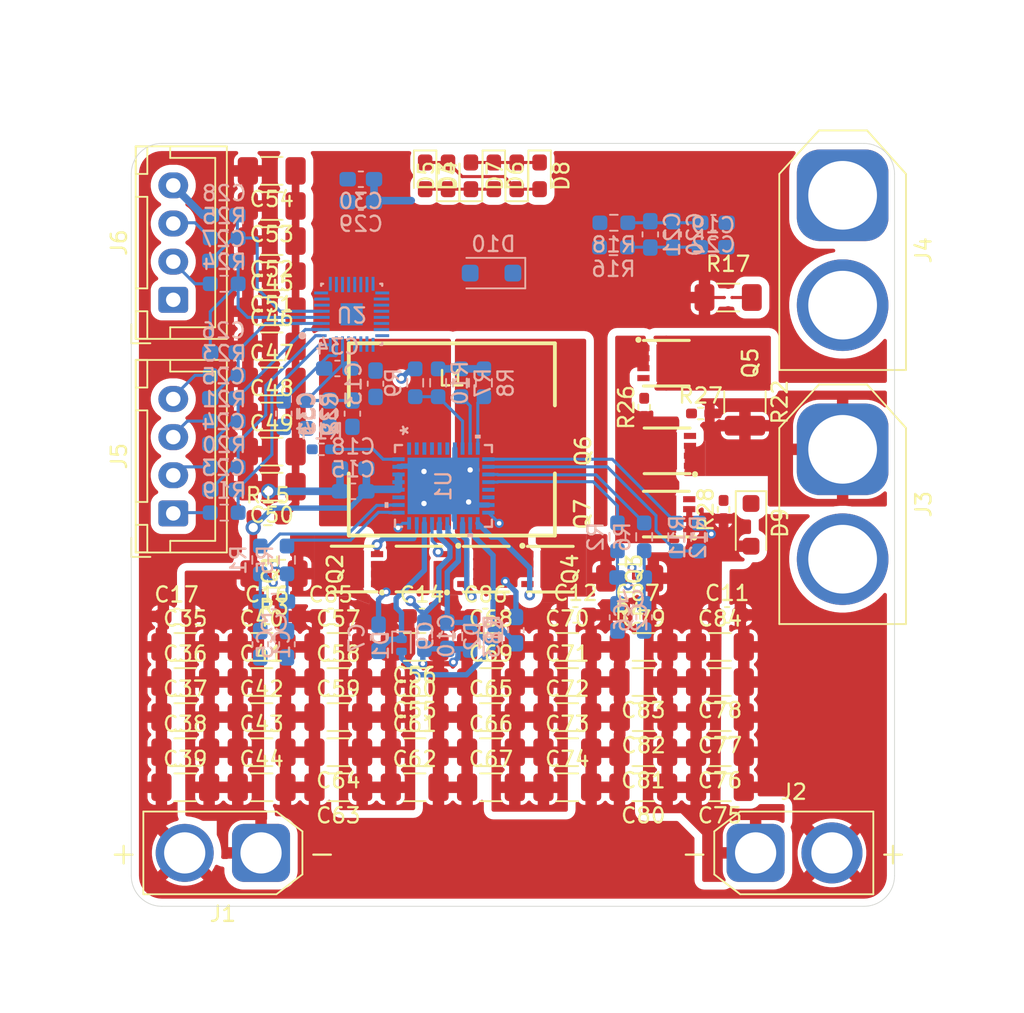
<source format=kicad_pcb>
(kicad_pcb (version 20241229) (generator "pcbnew") (generator_version "9.0")
  (layers (0 "F.Cu" signal) (4 "In1.Cu" signal) (6 "In2.Cu" signal) (2 "B.Cu" signal) (13 "F.Paste" user) (15 "B.Paste" user) (5 "F.SilkS" user "F.Silkscreen") (7 "B.SilkS" user "B.Silkscreen") (1 "F.Mask" user) (3 "B.Mask" user) (25 "Edge.Cuts" user))
  (net 0 "")
  (net 1 "Net-(C1-Pad2)")
  (net 2 "Earth")
  (net 3 "VAC")
  (net 4 "VDD")
  (net 5 "VDDA")
  (net 6 "VCC")
  (net 7 "/Charger/BTST1")
  (net 8 "/Charger/SW1")
  (net 9 "/Charger/BTST2")
  (net 10 "/Charger/SW2")
  (net 11 "/Charger/REGN")
  (net 12 "/Charger/DRV_SUP")
  (net 13 "Net-(C2-Pad2)")
  (net 14 "-BATT")
  (net 15 "Net-(C3-Pad2)")
  (net 16 "Net-(U2-VC4)")
  (net 17 "Net-(U2-VC5)")
  (net 18 "Net-(U2-VC3)")
  (net 19 "Net-(U2-VC2)")
  (net 20 "Net-(U2-VC1)")
  (net 21 "Net-(U2-VC6)")
  (net 22 "Net-(U2-PBI)")
  (net 23 "VDDF")
  (net 24 "Net-(U2-BAT)")
  (net 25 "+BATT")
  (net 26 "/Battery Monitor/LED_A")
  (net 27 "/Battery Monitor/LED_B")
  (net 28 "/Battery Monitor/LED_C")
  (net 29 "/Battery Monitor/DSG")
  (net 30 "Net-(J3-Pin_2)")
  (net 31 "Net-(J5-Pin_3)")
  (net 32 "Net-(J5-Pin_4)")
  (net 33 "Net-(J5-Pin_2)")
  (net 34 "Net-(J5-Pin_1)")
  (net 36 "Net-(J6-Pin_3)")
  (net 37 "Net-(J6-Pin_2)")
  (net 38 "/Charger/HIDRV1")
  (net 39 "/Charger/LODRV1")
  (net 40 "/Charger/LODRV2")
  (net 41 "/Charger/HIDRV2")
  (net 42 "Net-(Q5-D)")
  (net 43 "/Battery Monitor/PCHG")
  (net 44 "/Battery Monitor/CHG")
  (net 45 "/Charger/ACP")
  (net 46 "/Charger/ACN")
  (net 47 "/Charger/SRP")
  (net 48 "/Charger/SRN")
  (net 49 "/Charger/FB")
  (net 50 "/Charger/FBG")
  (net 51 "Net-(U1A-ICHG)")
  (net 52 "Net-(U1A-ILIM_HIZ)")
  (net 53 "Net-(U1B-FSW_SYNC)")
  (net 54 "TS_Charge")
  (net 55 "/Battery Monitor/SRP")
  (net 56 "/Battery Monitor/SRN")
  (net 59 "SDA")
  (net 61 "SCL")
  (net 66 "SMBD")
  (net 69 "TS_PACK1")
  (net 75 "TS_PACK2")
  (net 77 "SMBC")
  (net 79 "Net-(C4-Pad2)")
  (net 80 "Net-(C19-Pad2)")
  (net 81 "Net-(C20-Pad2)")
  (net 82 "Net-(C45-Pad2)")
  (net 83 "Net-(D10-K)")
  (footprint "cyberec:C_1206_3216Metric_Pad1.33x1.80mm_HandSolder" (layer "F.Cu") (at 98.5625 114.9)
    (property "Reference" "C66")
    (property "Value" "10uF")
  )
  (footprint "cyberec:C_0603_1608Metric_Pad1.08x0.95mm_HandSolder" (layer "F.Cu") (at 104.1 105.9)
    (property "Reference" "C12")
    (property "Value" "1uF")
  )
  (footprint "cyberec:C_1206_3216Metric_Pad1.33x1.80mm_HandSolder" (layer "F.Cu") (at 93.5625 110.3 180)
    (property "Reference" "C55")
    (property "Value" "10uF")
  )
  (footprint "cyberec:C_0603_1608Metric_Pad1.08x0.95mm_HandSolder" (layer "F.Cu") (at 83.9 106)
    (property "Reference" "C16")
    (property "Value" "1uF")
  )
  (footprint "cyberec:DFN-8_L3.0-W3.0-P0.65-BL-4" (layer "F.Cu") (at 110.05 99.3 90)
    (property "Reference" "Q7")
    (property "Value" "Q_NMOS_DGS")
  )
  (footprint "cyberec:C_1206_3216Metric_Pad1.33x1.80mm_HandSolder" (layer "F.Cu") (at 83.5375 110.3)
    (property "Reference" "C41")
    (property "Value" "10uF")
  )
  (footprint "cyberec:C_1206_3216Metric_Pad1.33x1.80mm_HandSolder" (layer "F.Cu") (at 88.5625 114.9 180)
    (property "Reference" "C64")
    (property "Value" "10uF")
  )
  (footprint "cyberec:C_1206_3216Metric_Pad1.33x1.80mm_HandSolder" (layer "F.Cu") (at 93.5625 114.9)
    (property "Reference" "C61")
    (property "Value" "10uF")
  )
  (footprint "cyberec:C_1206_3216Metric_Pad1.33x1.80mm_HandSolder" (layer "F.Cu") (at 93.5625 112.6)
    (property "Reference" "C60")
    (property "Value" "10uF")
  )
  (footprint "cyberec:C_1206_3216Metric_Pad1.33x1.80mm_HandSolder" (layer "F.Cu") (at 84.2 76.8 180)
    (property "Reference" "C54")
    (property "Value" "10uF")
  )
  (footprint "cyberec:R_0402_1005Metric_Pad0.72x0.64mm_HandSolder" (layer "F.Cu") (at 112.2975 92.7)
    (property "Reference" "R27")
    (property "Value" "10M")
  )
  (footprint "cyberec:C_0603_1608Metric_Pad1.08x0.95mm_HandSolder" (layer "F.Cu") (at 88.0625 106)
    (property "Reference" "C85")
    (property "Value" "100nF")
  )
  (footprint "cyberec:C_1206_3216Metric_Pad1.33x1.80mm_HandSolder" (layer "F.Cu") (at 98.5625 108)
    (property "Reference" "C68")
    (property "Value" "10uF")
  )
  (footprint "cyberec:C_1206_3216Metric_Pad1.33x1.80mm_HandSolder" (layer "F.Cu") (at 108.5625 108)
    (property "Reference" "C79")
    (property "Value" "10uF")
  )
  (footprint "cyberec:C_1206_3216Metric_Pad1.33x1.80mm_HandSolder" (layer "F.Cu") (at 113.5625 110.3 180)
    (property "Reference" "C78")
    (property "Value" "10uF")
  )
  (footprint "cyberec:LED_0603_1608Metric_Pad1.05x0.95mm_HandSolder" (layer "F.Cu") (at 94.25 77.125 -90)
    (property "Reference" "D3")
    (property "Value" "LED")
  )
  (footprint "cyberec:C_1206_3216Metric_Pad1.33x1.80mm_HandSolder" (layer "F.Cu") (at 108.5425 110.3 180)
    (property "Reference" "C83")
    (property "Value" "10uF")
  )
  (footprint "cyberec:DFN-8_L3.0-W3.0-P0.65-BL-4" (layer "F.Cu") (at 110.1 95.1525 90)
    (property "Reference" "Q6")
    (property "Value" "Q_NMOS_DGS")
  )
  (footprint "cyberec:C_1206_3216Metric_Pad1.33x1.80mm_HandSolder" (layer "F.Cu") (at 113.5625 117.2 180)
    (property "Reference" "C75")
    (property "Value" "10uF")
  )
  (footprint "cyberec:C_0603_1608Metric_Pad1.08x0.95mm_HandSolder" (layer "F.Cu") (at 108.1625 105.9)
    (property "Reference" "C87")
    (property "Value" "100nF")
  )
  (footprint "cyberec:R_1210_3225Metric_Pad1.30x2.65mm_HandSolder" (layer "F.Cu") (at 115.2 91.95 -90)
    (property "Reference" "R22")
    (property "Value" "1k, 500mW")
  )
  (footprint "cyberec:AMASS_XT60-M_1x02_P7.20mm_Vertical" (layer "F.Cu") (at 121.6 78.4 -90)
    (property "Reference" "J4")
    (property "Value" "XT60M")
  )
  (footprint "cyberec:C_1206_3216Metric_Pad1.33x1.80mm_HandSolder" (layer "F.Cu") (at 103.5625 110.3)
    (property "Reference" "C71")
    (property "Value" "10uF")
  )
  (footprint "cyberec:LED_0603_1608Metric_Pad1.05x0.95mm_HandSolder" (layer "F.Cu") (at 100.25 77.125 90)
    (property "Reference" "D7")
    (property "Value" "LED")
  )
  (footprint "cyberec:LED_0603_1608Metric_Pad1.05x0.95mm_HandSolder" (layer "F.Cu") (at 97.25 77.125 90)
    (property "Reference" "D4")
    (property "Value" "LED")
  )
  (footprint "cyberec:IND-SMD_L13.5-W12.6" (layer "F.Cu") (at 96 94.4)
    (property "Reference" "L1")
    (property "Value" "10uH")
  )
  (footprint "cyberec:DFN-8_L3.0-W3.0-P0.65-BL-4" (layer "F.Cu") (at 102.45 102.9 -90)
    (property "Reference" "Q3")
    (property "Value" "Q_NMOS_DGS")
  )
  (footprint "cyberec:C_1206_3216Metric_Pad1.33x1.80mm_HandSolder" (layer "F.Cu") (at 88.5625 117.2 180)
    (property "Reference" "C63")
    (property "Value" "10uF")
  )
  (footprint "cyberec:C_1206_3216Metric_Pad1.33x1.80mm_HandSolder" (layer "F.Cu") (at 78.5375 117.2)
    (property "Reference" "C39")
    (property "Value" "10uF")
  )
  (footprint "cyberec:C_1206_3216Metric_Pad1.33x1.80mm_HandSolder" (layer "F.Cu") (at 88.5625 112.6)
    (property "Reference" "C59")
    (property "Value" "10uF")
  )
  (footprint "cyberec:C_1206_3216Metric_Pad1.33x1.80mm_HandSolder" (layer "F.Cu") (at 98.5625 110.3)
    (property "Reference" "C69")
    (property "Value" "10uF")
  )
  (footprint "cyberec:C_0603_1608Metric_Pad1.08x0.95mm_HandSolder" (layer "F.Cu") (at 114.0375 105.9)
    (property "Reference" "C11")
    (property "Value" "1uF")
  )
  (footprint "cyberec:C_1206_3216Metric_Pad1.33x1.80mm_HandSolder" (layer "F.Cu") (at 78.5375 112.6)
    (property "Reference" "C37")
    (property "Value" "10uF")
  )
  (footprint "cyberec:R1206-sense-handsolder" (layer "F.Cu") (at 84.35 103.2 180)
    (property "Reference" "R3" (hide yes))
    (property "Value" "5m" (hide yes))
  )
  (footprint "cyberec:C_1206_3216Metric_Pad1.33x1.80mm_HandSolder" (layer "F.Cu") (at 113.5625 114.9 180)
    (property "Reference" "C76")
    (property "Value" "10uF")
  )
  (footprint "cyberec:C_1206_3216Metric_Pad1.33x1.80mm_HandSolder" (layer "F.Cu") (at 93.5625 108 180)
    (property "Reference" "C56")
    (property "Value" "10uF")
  )
  (footprint "cyberec:C_1206_3216Metric_Pad1.33x1.80mm_HandSolder" (layer "F.Cu") (at 84.2 92.9)
    (property "Reference" "C48")
    (property "Value" "10uF")
  )
  (footprint "cyberec:C_1206_3216Metric_Pad1.33x1.80mm_HandSolder" (layer "F.Cu") (at 103.5625 112.6)
    (property "Reference" "C72")
    (property "Value" "10uF")
  )
  (footprint "cyberec:C_1206_3216Metric_Pad1.33x1.80mm_HandSolder" (layer "F.Cu") (at 83.5375 108)
    (property "Reference" "C40")
    (property "Value" "10uF")
  )
  (footprint "cyberec:C_1206_3216Metric_Pad1.33x1.80mm_HandSolder" (layer "F.Cu") (at 84.2 90.6)
    (property "Reference" "C47")
    (property "Value" "10uF")
  )
  (footprint "cyberec:C_1206_3216Metric_Pad1.33x1.80mm_HandSolder" (layer "F.Cu") (at 108.5425 114.9 180)
    (property "Reference" "C81")
    (property "Value" "10uF")
  )
  (footprint "cyberec:AMASS_XT30U-M_1x02_P5.0mm_Vertical" (layer "F.Cu") (at 83.5 121.5 180)
    (property "Reference" "J1")
    (property "Value" "XT30M")
  )
  (footprint "cyberec:C_1206_3216Metric_Pad1.33x1.80mm_HandSolder" (layer "F.Cu") (at 84.2 81.4 180)
    (property "Reference" "C52")
    (property "Value" "10uF")
  )
  (footprint "Diode_SMD:D_SOD-123F" (layer "F.Cu") (at 115.6 100 -90)
    (property "Reference" "D9")
    (property "Value" "1N4001")
  )
  (footprint "cyberec:C_1206_3216Metric_Pad1.33x1.80mm_HandSolder" (layer "F.Cu") (at 83.5375 112.6)
    (property "Reference" "C42")
    (property "Value" "10uF")
  )
  (footprint "cyberec:C_1206_3216Metric_Pad1.33x1.80mm_HandSolder" (layer "F.Cu") (at 103.5625 114.9)
    (property "Reference" "C73")
    (property "Value" "10uF")
  )
  (footprint "cyberec:C_1206_3216Metric_Pad1.33x1.80mm_HandSolder" (layer "F.Cu") (at 108.5425 117.2 180)
    (property "Reference" "C80")
    (property "Value" "10uF")
  )
  (footprint "cyberec:DFN-8_L3.0-W3.0-P0.65-BL-4" (layer "F.Cu") (at 98.25 102.9 -90)
    (property "Reference" "Q4")
    (property "Value" "Q_NMOS_DGS")
  )
  (footprint "cyberec:C_1206_3216Metric_Pad1.33x1.80mm_HandSolder" (layer "F.Cu") (at 103.5625 117.2)
    (property "Reference" "C74")
    (property "Value" "10uF")
  )
  (footprint "cyberec:LED_0603_1608Metric_Pad1.05x0.95mm_HandSolder" (layer "F.Cu") (at 98.75 77.125 -90)
    (property "Reference" "D6")
    (property "Value" "LED")
  )
  (footprint "cyberec:C_1206_3216Metric_Pad1.33x1.80mm_HandSolder" (layer "F.Cu") (at 84.2 88.3)
    (property "Reference" "C46")
    (property "Value" "10uF")
  )
  (footprint "cyberec:C_1206_3216Metric_Pad1.33x1.80mm_HandSolder" (layer "F.Cu") (at 88.5625 110.3)
    (property "Reference" "C58")
    (property "Value" "10uF")
  )
  (footprint "cyberec:C_1206_3216Metric_Pad1.33x1.80mm_HandSolder" (layer "F.Cu") (at 84.2 79.1 180)
    (property "Reference" "C53")
    (property "Value" "10uF")
  )
  (footprint "cyberec:C_0603_1608Metric_Pad1.08x0.95mm_HandSolder" (layer "F.Cu") (at 98.2 106)
    (property "Reference" "C86")
    (property "Value" "100nF")
  )
  (footprint "cyberec:R1206-sense-handsolder" (layer "F.Cu") (at 114.1 85.1)
    (property "Reference" "R17" (hide yes))
    (property "Value" "1m" (hide yes))
  )
  (footprint "cyberec:C_1206_3216Metric_Pad1.33x1.80mm_HandSolder" (layer "F.Cu") (at 84.2 86)
    (property "Reference" "C45")
    (property "Value" "10uF")
  )
  (footprint "cyberec:C_1206_3216Metric_Pad1.33x1.80mm_HandSolder" (layer "F.Cu") (at 98.5625 117.2)
    (property "Reference" "C67")
    (property "Value" "10uF")
  )
  (footprint "cyberec:LED_0603_1608Metric_Pad1.05x0.95mm_HandSolder" (layer "F.Cu") (at 101.75 77.125 -90)
    (property "Reference" "D8")
    (property "Value" "LED")
  )
  (footprint "cyberec:C_0603_1608Metric_Pad1.08x0.95mm_HandSolder" (layer "F.Cu") (at 94.0375 106)
    (property "Reference" "C14")
    (property "Value" "1uF")
  )
  (footprint "cyberec:JST_XH_B4B-XH-A_1x04_P2.50mm_Vertical" (layer "F.Cu") (at 77.75 99.25 90)
    (property "Reference" "J5")
    (property "Value" "Conn_01x04_Pin")
  )
  (footprint "cyberec:DFN-8_L3.0-W3.0-P0.65-BL-4" (layer "F.Cu") (at 110.05 89.4 -90)
    (property "Reference" "Q5")
    (property "Value" "Q_PMOS_SGD")
  )
  (footprint "cyberec:R_0402_1005Metric_Pad0.72x0.64mm_HandSolder" (layer "F.Cu") (at 108.6 92.3 90)
    (property "Reference" "R26")
    (property "Value" "10M")
  )
  (footprint "cyberec:C_1206_3216Metric_Pad1.33x1.80mm_HandSolder" (layer "F.Cu") (at 83.5375 114.9)
    (property "Reference" "C43")
    (property "Value" "10uF")
  )
  (footprint "cyberec:R_0402_1005Metric_Pad0.72x0.64mm_HandSolder" (layer "F.Cu") (at 113.8 98.9975 90)
    (property "Reference" "R28")
    (property "Value" "10M")
  )
  (footprint "cyberec:C_1206_3216Metric_Pad1.33x1.80mm_HandSolder" (layer "F.Cu") (at 78.5375 110.3)
    (property "Reference" "C36")
    (property "Value" "10uF")
  )
  (footprint "cyberec:C_1206_3216Metric_Pad1.33x1.80mm_HandSolder" (layer "F.Cu") (at 108.5625 112.6 180)
    (property "Reference" "C82")
    (property "Value" "10uF")
  )
  (footprint "cyberec:C_1206_3216Metric_Pad1.33x1.80mm_HandSolder" (layer "F.Cu") (at 78.5375 108)
    (property "Reference" "C35")
    (property "Value" "10uF")
  )
  (footprint "cyberec:C_1206_3216Metric_Pad1.33x1.80mm_HandSolder" (layer "F.Cu") (at 84.2 95.2)
    (property "Reference" "C49")
    (property "Value" "10uF")
  )
  (footprint "cyberec:C_1206_3216Metric_Pad1.33x1.80mm_HandSolder" (layer "F.Cu") (at 93.5625 117.2)
    (property "Reference" "C62")
    (property "Value" "10uF")
  )
  (footprint "cyberec:AMASS_XT60-M_1x02_P7.20mm_Vertical" (layer "F.Cu") (at 121.6 95.05 -90)
    (property "Reference" "J3")
    (property "Value" "XT60M")
  )
  (footprint "cyberec:DFN-8_L3.0-W3.0-P0.65-BL-4" (layer "F.Cu") (at 89.6 102.9 90)
    (property "Reference" "Q1")
    (property "Value" "Q_NMOS_DGS")
  )
  (footprint "cyberec:C_1206_3216Metric_Pad1.33x1.80mm_HandSolder" (layer "F.Cu") (at 113.5625 112.6 180)
    (property "Reference" "C77")
    (property "Value" "10uF")
  )
  (footprint "cyberec:R_0603_1608Metric_Pad0.98x0.95mm_HandSolder" (layer "F.Cu") (at 83.95 99.5)
    (property "Reference" "R15")
    (property "Value" "2.94")
  )
  (footprint "cyberec:C_0603_1608Metric_Pad1.08x0.95mm_HandSolder" (layer "F.Cu") (at 77.9625 106)
    (property "Reference" "C17")
    (property "Value" "100nF")
  )
  (footprint "cyberec:R1206-sense-handsolder" (layer "F.Cu") (at 107.65 103.5 180)
    (property "Reference" "R4" (hide yes))
    (property "Value" "5m" (hide yes))
  )
  (footprint "cyberec:C_1206_3216Metric_Pad1.33x1.80mm_HandSolder" (layer "F.Cu") (at 113.5625 108)
    (property "Reference" "C84")
    (property "Value" "10uF")
  )
  (footprint "cyberec:C_1206_3216Metric_Pad1.33x1.80mm_HandSolder" (layer "F.Cu") (at 98.5625 112.6)
    (property "Reference" "C65")
    (property "Value" "10uF")
  )
  (footprint "cyberec:JST_XH_B4B-XH-A_1x04_P2.50mm_Vertical" (layer "F.Cu") (at 77.75 85.25 90)
    (property "Reference" "J6")
    (property "Value" "Conn_01x04_Pin")
  )
  (footprint "cyberec:C_1206_3216Metric_Pad1.33x1.80mm_HandSolder" (layer "F.Cu") (at 83.5375 117.2)
    (property "Reference" "C44")
    (property "Value" "10uF")
  )
  (footprint "cyberec:AMASS_XT30U-F_1x02_P5.0mm_Vertical" (layer "F.Cu") (at 115.9 121.5)
    (property "Reference" "J2")
    (property "Value" "XT30F")
  )
  (footprint "cyberec:C_1206_3216Metric_Pad1.33x1.80mm_HandSolder" (layer "F.Cu") (at 84.2 83.7 180)
    (property "Reference" "C51")
    (property "Value" "10uF")
  )
  (footprint "cyberec:C_1206_3216Metric_Pad1.33x1.80mm_HandSolder" (layer "F.Cu") (at 88.5625 108)
    (property "Reference" "C57")
    (property "Value" "10uF")
  )
  (footprint "cyberec:C_1206_3216Metric_Pad1.33x1.80mm_HandSolder" (layer "F.Cu") (at 103.5625 108)
    (property "Reference" "C70")
    (property "Value" "10uF")
  )
  (footprint "cyberec:C_1206_3216Metric_Pad1.33x1.80mm_HandSolder" (layer "F.Cu") (at 84.2 97.5 180)
    (property "Reference" "C50")
    (property "Value" "10uF")
  )
  (footprint "cyberec:C_1206_3216Metric_Pad1.33x1.80mm_HandSolder" (layer "F.Cu") (at 78.5375 114.9)
    (property "Reference" "C38")
    (property "Value" "10uF")
  )
  (footprint "cyberec:DFN-8_L3.0-W3.0-P0.65-BL-4" (layer "F.Cu") (at 93.85 102.9 90)
    (property "Reference" "Q2")
    (property "Value" "Q_NMOS_DGS")
  )
  (footprint "cyberec:LED_0603_1608Metric_Pad1.05x0.95mm_HandSolder" (layer "F.Cu") (at 95.75 77.125 90)
    (property "Reference" "D5")
    (property "Value" "LED")
  )
  (footprint "cyberec:C_0603_1608Metric_Pad1.08x0.95mm_HandSolder" (layer "B.Cu") (at 89.5375 97.8 180)
    (property "Reference" "C15")
    (property "Value" "100nF")
  )
  (footprint "cyberec:R_0603_1608Metric_Pad0.98x0.95mm_HandSolder" (layer "B.Cu") (at 83.45 102.3 -90)
    (property "Reference" "R1")
    (property "Value" "10")
  )
  (footprint "cyberec:C_0603_1608Metric_Pad1.08x0.95mm_HandSolder" (layer "B.Cu") (at 81.0875 79.7 180)
    (property "Reference" "C28")
    (property "Value" "100nF")
  )
  (footprint "cyberec:R_0603_1608Metric_Pad0.98x0.95mm_HandSolder" (layer "B.Cu") (at 106.85 100.7875 -90)
    (property "Reference" "R2")
    (property "Value" "10")
  )
  (footprint "cyberec:C_0603_1608Metric_Pad1.08x0.95mm_HandSolder" (layer "B.Cu") (at 90.040263 77.347237)
    (property "Reference" "C30")
    (property "Value" "100pF")
  )
  (footprint "cyberec:D_SOD-882D" (layer "B.Cu") (at 92.7 107.9 -90)
    (property "Reference" "D1")
    (property "Value" "PMEG2010BELD")
  )
  (footprint "cyberec:C_0603_1608Metric_Pad1.08x0.95mm_HandSolder" (layer "B.Cu") (at 81.0375 82.7 180)
    (property "Reference" "C27")
    (property "Value" "100nF")
  )
  (footprint "cyberec:C_0603_1608Metric_Pad1.08x0.95mm_HandSolder" (layer "B.Cu") (at 107.7125 103.45)
    (property "Reference" "C4")
    (property "Value" "470nF")
  )
  (footprint "cyberec:R_0603_1608Metric_Pad0.98x0.95mm_HandSolder" (layer "B.Cu") (at 108.6 100.7875 -90)
    (property "Reference" "R6")
    (property "Value" "10")
  )
  (footprint "cyberec:C_0603_1608Metric_Pad1.08x0.95mm_HandSolder" (layer "B.Cu") (at 110.5 80.9625 90)
    (property "Reference" "C20")
    (property "Value" "100nF")
  )
  (footprint "cyberec:C_0603_1608Metric_Pad1.08x0.95mm_HandSolder" (layer "B.Cu") (at 84.986255 92.712501 90)
    (property "Reference" "C31")
    (property "Value" "2.2uF")
  )
  (footprint "cyberec:C_0603_1608Metric_Pad1.08x0.95mm_HandSolder" (layer "B.Cu") (at 100.2 106.9 -90)
    (property "Reference" "C8")
    (property "Value" "100nF")
  )
  (footprint "cyberec:C_0603_1608Metric_Pad1.08x0.95mm_HandSolder" (layer "B.Cu") (at 84.3375 105.025)
    (property "Reference" "C3")
    (property "Value" "470nF")
  )
  (footprint "cyberec:R_0603_1608Metric_Pad0.98x0.95mm_HandSolder" (layer "B.Cu") (at 96.6 90.6875 90)
    (property "Reference" "R7")
    (property "Value" "10k")
  )
  (footprint "cyberec:R_0603_1608Metric_Pad0.98x0.95mm_HandSolder" (layer "B.Cu") (at 106.6125 80.2)
    (property "Reference" "R18")
    (property "Value" "100")
  )
  (footprint "cyberec:C_0603_1608Metric_Pad1.08x0.95mm_HandSolder" (layer "B.Cu") (at 89.486255 92.712501 -90)
    (property "Reference" "C32")
    (property "Value" "100pF")
  )
  (footprint "cyberec:C_0603_1608Metric_Pad1.08x0.95mm_HandSolder" (layer "B.Cu") (at 87.986255 92.712501 -90)
    (property "Reference" "C33")
    (property "Value" "100pF")
  )
  (footprint "cyberec:R_0603_1608Metric_Pad0.98x0.95mm_HandSolder" (layer "B.Cu") (at 81.0875 96.2 180)
    (property "Reference" "R20")
    (property "Value" "100")
  )
  (footprint "cyberec:C_0603_1608Metric_Pad1.08x0.95mm_HandSolder" (layer "B.Cu") (at 106.85 106.0625 90)
    (property "Reference" "C2")
    (property "Value" "100nF")
  )
  (footprint "cyberec:R_0603_1608Metric_Pad0.98x0.95mm_HandSolder" (layer "B.Cu") (at 110.7 100.8 90)
    (property "Reference" "R12")
    (property "Value" "16.5k +/- 0.1%")
  )
  (footprint "cyberec:R_0603_1608Metric_Pad0.98x0.95mm_HandSolder" (layer "B.Cu") (at 93.6 90.6875 -90)
    (property "Reference" "R9")
    (property "Value" "5.23k")
  )
  (footprint "cyberec:C_0603_1608Metric_Pad1.08x0.95mm_HandSolder" (layer "B.Cu") (at 85.2 107.825 -90)
    (property "Reference" "C5")
    (property "Value" "100nF")
  )
  (footprint "cyberec:R_0603_1608Metric_Pad0.98x0.95mm_HandSolder" (layer "B.Cu") (at 95.1 90.6875 90)
    (property "Reference" "R10")
    (property "Value" "30k")
  )
  (footprint "cyberec:R_0603_1608Metric_Pad0.98x0.95mm_HandSolder" (layer "B.Cu") (at 81.0875 93.2 180)
    (property "Reference" "R21")
    (property "Value" "100")
  )
  (footprint "cyberec:C_0603_1608Metric_Pad1.08x0.95mm_HandSolder" (layer "B.Cu") (at 109 80.9625 90)
    (property "Reference" "C21")
    (property "Value" "100pF")
  )
  (footprint "cyberec:C_0603_1608Metric_Pad1.08x0.95mm_HandSolder" (layer "B.Cu") (at 81.0375 97.7 180)
    (property "Reference" "C23")
    (property "Value" "100nF")
  )
  (footprint "cyberec:C_0603_1608Metric_Pad1.08x0.95mm_HandSolder" (layer "B.Cu") (at 95.7 107.2625 -90)
    (property "Reference" "C9")
    (property "Value" "4.7uF")
  )
  (footprint "cyberec:C_0603_1608Metric_Pad1.08x0.95mm_HandSolder" (layer "B.Cu") (at 91.2 107.4 -90)
    (property "Reference" "C7")
    (property "Value" "100nF")
  )
  (footprint "cyberec:VQFN36_RRV_TEX" (layer "B.Cu") (at 95.450315 97.4487 -90)
    (property "Reference" "U1")
    (property "Value" "BQ25756ERRVR")
  )
  (footprint "cyberec:R_0603_1608Metric_Pad0.98x0.95mm_HandSolder" (layer "B.Cu") (at 81.0875 99.2 180)
    (property "Reference" "R19")
    (property "Value" "100")
  )
  (footprint "cyberec:C_0603_1608Metric_Pad1.08x0.95mm_HandSolder" (layer "B.Cu") (at 94.2 107.2625 90)
    (property "Reference" "C10")
    (property "Value" "4.7uF")
  )
  (footprint "cyberec:C_0603_1608Metric_Pad1.08x0.95mm_HandSolder" (layer "B.Cu") (at 108.6 106.0625 -90)
    (property "Reference" "C6")
    (property "Value" "100nF")
  )
  (footprint "cyberec:C_0603_1608Metric_Pad1.08x0.95mm_HandSolder" (layer "B.Cu") (at 113.1125 81.8 180)
    (property "Reference" "C19")
    (property "Value" "100nF")
  )
  (footprint "cyberec:R_0603_1608Metric_Pad0.98x0.95mm_HandSolder" (layer "B.Cu") (at 81.0875 90.2 180)
    (property "Reference" "R23")
    (property "Value" "100")
  )
  (footprint "cyberec:R_0603_1608Metric_Pad0.98x0.95mm_HandSolder" (layer "B.Cu") (at 85.2 102.3 -90)
    (property "Reference" "R5")
    (property "Value" "10")
  )
  (footprint "cyberec:D_SOD-882D" (layer "B.Cu") (at 98.7 107.3 -90)
    (property "Reference" "D2")
    (property "Value" "PMEG2010BELD")
  )
  (footprint "cyberec:R_0603_1608Metric_Pad0.98x0.95mm_HandSolder" (layer "B.Cu") (at 81.0875 81.2 180)
    (property "Reference" "R25")
    (property "Value" "100")
  )
  (footprint "cyberec:C_0603_1608Metric_Pad1.08x0.95mm_HandSolder" (layer "B.Cu") (at 81.0375 94.7 180)
    (property "Reference" "C24")
    (property "Value" "100nF")
  )
  (footprint "cyberec:C_0603_1608Metric_Pad1.08x0.95mm_HandSolder" (layer "B.Cu") (at 89.5375 96.3 180)
    (property "Reference" "C18")
    (property "Value" "1uF")
  )
  (footprint "cyberec:R_0603_1608Metric_Pad0.98x0.95mm_HandSolder" (layer "B.Cu") (at 86.486255 92.762501 90)
    (property "Reference" "R29")
    (property "Value" "100")
  )
  (footprint "cyberec:R_0603_1608Metric_Pad0.98x0.95mm_HandSolder" (layer "B.Cu") (at 98.1 90.6875 90)
    (property "Reference" "R8")
    (property "Value" "5.9k")
  )
  (footprint "cyberec:C_0603_1608Metric_Pad1.08x0.95mm_HandSolder" (layer "B.Cu") (at 88.5 89.75 180)
    (property "Reference" "C34")
    (property "Value" "100nF")
  )
  (footprint "cyberec:C_0603_1608Metric_Pad1.08x0.95mm_HandSolder" (layer "B.Cu") (at 113.1375 80.2)
    (property "Reference" "C22")
    (property "Value" "100nF")
  )
  (footprint "cyberec:RSM0032A-IPC_A" (layer "B.Cu") (at 89.437501 86.2)
    (property "Reference" "U2")
    (property "Value" "BQ40Z80RSMR")
  )
  (footprint "cyberec:C_0603_1608Metric_Pad1.08x0.95mm_HandSolder" (layer "B.Cu") (at 91 90.75 -90)
    (property "Reference" "C13")
    (property "Value" "1uF")
  )
  (footprint "cyberec:C_0603_1608Metric_Pad1.08x0.95mm_HandSolder" (layer "B.Cu") (at 81.0375 88.7 180)
    (property "Reference" "C26")
    (property "Value" "100nF")
  )
  (footprint "cyberec:C_0603_1608Metric_Pad1.08x0.95mm_HandSolder" (layer "B.Cu") (at 90.040263 78.847237)
    (property "Reference" "C29")
    (property "Value" "100pF")
  )
  (footprint "cyberec:R_0603_1608Metric_Pad0.98x0.95mm_HandSolder" (layer "B.Cu") (at 112.2 100.8 -90)
    (property "Reference" "R11")
    (property "Value" "249k +/- 0.1%")
  )
  (footprint "cyberec:R_0603_1608Metric_Pad0.98x0.95mm_HandSolder" (layer "B.Cu") (at 97.2 107.3125 90)
    (property "Reference" "R13")
    (property "Value" "10")
  )
  (footprint "cyberec:C_0603_1608Metric_Pad1.08x0.95mm_HandSolder" (layer "B.Cu") (at 83.45 107.825 90)
    (property "Reference" "C1")
    (property "Value" "100nF")
  )
  (footprint "cyberec:R_0603_1608Metric_Pad0.98x0.95mm_HandSolder" (layer "B.Cu") (at 81.0875 84.2 180)
    (property "Reference" "R24")
    (property "Value" "100")
  )
  (footprint "Diode_SMD:D_SOD-123F" (layer "B.Cu") (at 98.6 83.5 180)
    (property "Reference" "D10")
    (property "Value" "1N4001")
  )
  (footprint "cyberec:R_0603_1608Metric_Pad0.98x0.95mm_HandSolder" (layer "B.Cu") (at 106.5875 81.8)
    (property "Reference" "R16")
    (property "Value" "100")
  )
  (footprint "cyberec:C_0603_1608Metric_Pad1.08x0.95mm_HandSolder" (layer "B.Cu") (at 81.0375 91.7 180)
    (property "Reference" "C25")
    (property "Value" "100nF")
  )
  (footprint "cyberec:R_0402_1005Metric_Pad0.72x0.64mm_HandSolder" (layer "B.Cu") (at 87.4525 95.05 180)
    (property "Reference" "R14")
    (property "Value" "50k")
  )
  (gr_arc (start 77 125) (mid 75.585786 124.414214) (end 75 123) (stroke (width 0.05)) (layer "Edge.Cuts"))
  (gr_line (start 77 75) (end 123 75) (stroke (width 0.05)) (layer "Edge.Cuts"))
  (gr_line (start 75 123) (end 75 77) (stroke (width 0.05)) (layer "Edge.Cuts"))
  (gr_arc (start 75 77) (mid 75.585786 75.585786) (end 77 75) (stroke (width 0.05)) (layer "Edge.Cuts"))
  (gr_arc (start 125 123) (mid 124.414214 124.414214) (end 123 125) (stroke (width 0.05)) (layer "Edge.Cuts"))
  (gr_line (start 123 125) (end 77 125) (stroke (width 0.05)) (layer "Edge.Cuts"))
  (gr_line (start 125 77) (end 125 123) (stroke (width 0.05)) (layer "Edge.Cuts"))
  (gr_arc (start 123 75) (mid 124.414214 75.585786) (end 125 77) (stroke (width 0.05)) (layer "Edge.Cuts"))
  (segment (start 84.1 103.6) (end 84.1 103.2) (width 0.2) (layer "F.Cu") (net 1))
  (segment (start 84.3 103.8) (end 84.1 103.6) (width 0.2) (layer "F.Cu") (net 1))
  (via (at 84.3 103.8) (size 0.6) (drill 0.3) (layers "F.Cu" "B.Cu") (net 1))
  (segment (start 83.7125 103.2125) (end 84.3 103.8) (width 0.2) (layer "B.Cu") (net 1))
  (segment (start 83.45 106.9625) (end 83.45 103.2125) (width 0.2) (layer "B.Cu") (net 1))
  (segment (start 83.45 103.2125) (end 83.7125 103.2125) (width 0.2) (layer "B.Cu") (net 1))
  (segment (start 94.1 109.1) (end 96 109.1) (width 0.35) (layer "F.Cu") (net 2))
  (segment (start 96 109.1) (end 96.1 109) (width 0.35) (layer "F.Cu") (net 2))
  (via (at 94.175 96.5) (size 0.7) (drill 0.35) (layers "F.Cu" "B.Cu") (net 2))
  (via (at 96.1 109) (size 0.6) (drill 0.3) (layers "F.Cu" "B.Cu") (net 2))
  (via (at 94.1 109.1) (size 0.6) (drill 0.3) (layers "F.Cu" "B.Cu") (net 2))
  (via (at 84 97.8) (size 1) (drill 0.6) (layers "F.Cu" "B.Cu") (net 2))
  (via (at 94.175 98.6) (size 0.7) (drill 0.35) (layers "F.Cu" "B.Cu") (net 2))
  (via (at 97.1 98.5) (size 0.7) (drill 0.35) (layers "F.Cu" "B.Cu") (net 2))
  (via (at 97.2 96.4) (size 0.7) (drill 0.35) (layers "F.Cu" "B.Cu") (net 2))
  (segment (start 88.675 97.8) (end 88.675 96.3) (width 0.5) (layer "B.Cu") (net 2))
  (segment (start 96.3 108.125) (end 94.2 108.125) (width 0.35) (layer "B.Cu") (net 2))
  (segment (start 96.3 108.125) (end 96.4 108.225) (width 0.35) (layer "B.Cu") (net 2))
  (segment (start 97.1 108.125) (end 97.2 108.225) (width 0.35) (layer "B.Cu") (net 2))
  (segment (start 96.200504 96.698511) (end 96.200504 95) (width 0.35) (layer "B.Cu") (net 2))
  (segment (start 95.450315 97.4487) (end 96.153778 98.152163) (width 0.35) (layer "B.Cu") (net 2))
  (segment (start 92.727495 96.151659) (end 94.153274 96.151659) (width 0.35) (layer "B.Cu") (net 2))
  (segment (start 88.675 97.8) (end 84 97.8) (width 0.5) (layer "B.Cu") (net 2))
  (segment (start 92.5 96.177) (end 92.702154 96.177) (width 0.35) (layer "B.Cu") (net 2))
  (segment (start 96.4 108.7) (end 96.1 109) (width 0.35) (layer "B.Cu") (net 2))
  (segment (start 94.153274 96.151659) (end 95.450315 97.4487) (width 0.35) (layer "B.Cu") (net 2))
  (segment (start 95.450315 97.4487) (end 96.70063 98.699015) (width 0.35) (layer "B.Cu") (net 2))
  (segment (start 98.1 89.775) (end 95.1 89.775) (width 0.5) (layer "B.Cu") (net 2))
  (segment (start 96.3 108.125) (end 97.1 108.125) (width 0.35) (layer "B.Cu") (net 2))
  (segment (start 95.450315 97.4487) (end 96.200504 96.698511) (width 0.35) (layer "B.Cu") (net 2))
  (segment (start 95.7 108.125) (end 96.3 108.125) (width 0.35) (layer "B.Cu") (net 2))
  (segment (start 94.2 108.125) (end 94.1 108.225) (width 0.35) (layer "B.Cu") (net 2))
  (segment (start 94.1 108.225) (end 94.1 109.1) (width 0.35) (layer "B.Cu") (net 2))
  (segment (start 92.702154 96.177) (end 92.727495 96.151659) (width 0.35) (layer "B.Cu") (net 2))
  (segment (start 96.4 108.225) (end 96.4 108.7) (width 0.35) (layer "B.Cu") (net 2))
  (segment (start 96.70063 98.699015) (end 98.394315 98.699015) (width 0.35) (layer "B.Cu") (net 2))
  (segment (start 96.153778 98.152163) (end 96.153778 99.66502) (width 0.35) (layer "B.Cu") (net 2))
  (segment (start 82.8 103.020768) (end 82.8 103.2) (width 0.5) (layer "F.Cu") (net 3))
  (segment (start 83 99.5375) (end 83 102.820768) (width 0.5) (layer "F.Cu") (net 3))
  (segment (start 83.0375 99.5) (end 83 99.5375) (width 0.5) (layer "F.Cu") (net 3))
  (segment (start 83 102.820768) (end 82.8 103.020768) (width 0.5) (layer "F.Cu") (net 3))
  (via (at 82.990567 100.174799) (size 1) (drill 0.6) (layers "F.Cu" "B.Cu") (net 3))
  (segment (start 90.4 97.8) (end 89.3 98.9) (width 0.35) (layer "B.Cu") (net 3))
  (segment (start 89.3 98.9) (end 84.265366 98.9) (width 0.35) (layer "B.Cu") (net 3))
  (segment (start 92.506315 97.198637) (end 92.506315 96.803) (width 0.5) (layer "B.Cu") (net 3))
  (segment (start 84.265366 98.9) (end 82.990567 100.174799) (width 0.35) (layer "B.Cu") (net 3))
  (segment (start 92.506315 97.198637) (end 92.506315 97.670489) (width 0.5) (layer "B.Cu") (net 3))
  (segment (start 90.4 96.3) (end 90.4 97.8) (width 0.5) (layer "B.Cu") (net 3))
  (segment (start 90.529511 97.670489) (end 92.506315 97.670489) (width 0.5) (layer "B.Cu") (net 3))
  (segment (start 90.4 97.8) (end 90.529511 97.670489) (width 0.5) (layer "B.Cu") (net 3))
  (via (at 113 100.6) (size 0.6) (drill 0.3) (layers "F.Cu" "B.Cu") (net 6))
  (segment (start 112.2 99.8875) (end 112.2875 99.8875) (width 0.2) (layer "B.Cu") (net 6))
  (segment (start 112.2875 99.8875) (end 113 100.6) (width 0.2) (layer "B.Cu") (net 6))
  (segment (start 94.2 102.97277) (end 92.35 104.82277) (width 0.35) (layer "B.Cu") (net 7))
  (segment (start 92.7 107.5) (end 91.9625 107.5) (width 0.35) (layer "B.Cu") (net 7))
  (segment (start 94.2 99.8974) (end 94.2 102.97277) (width 0.35) (layer "B.Cu") (net 7))
  (segment (start 92.35 105.427817) (end 92.7 105.777817) (width 0.35) (layer "B.Cu") (net 7))
  (segment (start 92.35 104.82277) (end 92.35 105.427817) (width 0.35) (layer "B.Cu") (net 7))
  (segment (start 92.7 105.777817) (end 92.7 107.5) (width 0.35) (layer "B.Cu") (net 7))
  (segment (start 91.9625 107.5) (end 91.2 108.2625) (width 0.35) (layer "B.Cu") (net 7))
  (via (at 92.475 100.2) (size 0.6) (drill 0.3) (layers "F.Cu" "B.Cu") (net 8))
  (via (at 91.7 104.4) (size 0.6) (drill 0.3) (layers "F.Cu" "B.Cu") (net 8))
  (segment (start 91.2 106.5375) (end 91.2 104.9) (width 0.35) (layer "B.Cu") (net 8))
  (segment (start 93.199748 99.8974) (end 92.7776 99.8974) (width 0.2) (layer "B.Cu") (net 8))
  (segment (start 91.2 104.9) (end 91.7 104.4) (width 0.35) (layer "B.Cu") (net 8))
  (segment (start 92.7776 99.8974) (end 92.475 100.2) (width 0.2) (layer "B.Cu") (net 8))
  (segment (start 100.2 107.7625) (end 99.3375 106.9) (width 0.35) (layer "B.Cu") (net 9))
  (segment (start 98.7 102) (end 97.5 100.8) (width 0.35) (layer "B.Cu") (net 9))
  (segment (start 99.3375 106.9) (end 98.7 106.9) (width 0.35) (layer "B.Cu") (net 9))
  (segment (start 97.200756 99.8974) (end 97.200756 100.500756) (width 0.2) (layer "B.Cu") (net 9))
  (segment (start 97.200756 100.500756) (end 97.5 100.8) (width 0.2) (layer "B.Cu") (net 9))
  (segment (start 98.7 106.9) (end 98.7 102) (width 0.35) (layer "B.Cu") (net 9))
  (via (at 99.1 99.9) (size 0.6) (drill 0.3) (layers "F.Cu" "B.Cu") (net 10))
  (via (at 99.5 103.7) (size 0.6) (drill 0.3) (layers "F.Cu" "B.Cu") (net 10))
  (segment (start 100.2 104.4) (end 99.5 103.7) (width 0.35) (layer "B.Cu") (net 10))
  (segment (start 98.399141 99.199141) (end 99.1 99.9) (width 0.2) (layer "B.Cu") (net 10))
  (segment (start 100.2 106.0375) (end 100.2 104.4) (width 0.35) (layer "B.Cu") (net 10))
  (segment (start 98.394315 99.199141) (end 98.399141 99.199141) (width 0.2) (layer "B.Cu") (net 10))
  (via (at 93.293785 104.975001) (size 0.7) (drill 0.35) (layers "F.Cu" "B.Cu") (net 11))
  (via (at 92.7 90.4) (size 0.7) (drill 0.35) (layers "F.Cu" "B.Cu") (net 11))
  (segment (start 95.15 102.846018) (end 95.15 104.872182) (width 0.35) (layer "B.Cu") (net 11))
  (segment (start 95.875002 102.121016) (end 95.15 102.846018) (width 0.35) (layer "B.Cu") (net 11))
  (segment (start 95.875002 101.478984) (end 95.875002 102.121016) (width 0.35) (layer "B.Cu") (net 11))
  (segment (start 94.2 106.4) (end 94.2 105.881216) (width 0.35) (layer "B.Cu") (net 11))
  (segment (start 95.176126 99.921526) (end 95.176126 100.459231) (width 0.35) (layer "B.Cu") (net 11))
  (segment (start 95.197104 100.480209) (end 95.197104 100.801086) (width 0.35) (layer "B.Cu") (net 11))
  (segment (start 94.2 105.881216) (end 93.293785 104.975001) (width 0.35) (layer "B.Cu") (net 11))
  (segment (start 93.325 89.775) (end 92.7 90.4) (width 0.35) (layer "B.Cu") (net 11))
  (segment (start 94.2 105.822183) (end 94.2 106.4) (width 0.35) (layer "B.Cu") (net 11))
  (segment (start 95.176126 100.459231) (end 95.197104 100.480209) (width 0.35) (layer "B.Cu") (net 11))
  (segment (start 93.6 89.775) (end 93.325 89.775) (width 0.35) (layer "B.Cu") (net 11))
  (segment (start 95.197104 100.801086) (end 95.875002 101.478984) (width 0.35) (layer "B.Cu") (net 11))
  (segment (start 95.15 104.872182) (end 94.2 105.822183) (width 0.35) (layer "B.Cu") (net 11))
  (segment (start 95.200252 99.8974) (end 95.176126 99.921526) (width 0.35) (layer "B.Cu") (net 11))
  (segment (start 93.799695 109.825) (end 96.9617 109.825) (width 0.35) (layer "B.Cu") (net 12))
  (segment (start 95.7 103.1) (end 96.425002 102.374998) (width 0.35) (layer "B.Cu") (net 12))
  (segment (start 96.425002 102.374998) (end 96.425002 101.225002) (width 0.35) (layer "B.Cu") (net 12))
  (segment (start 95.748104 100.548104) (end 95.748104 100.168736) (width 0.35) (layer "B.Cu") (net 12))
  (segment (start 92.7 108.725305) (end 93.799695 109.825) (width 0.35) (layer "B.Cu") (net 12))
  (segment (start 98.7 108.0867) (end 98.7 107.7) (width 0.35) (layer "B.Cu") (net 12))
  (segment (start 95.7 106.4) (end 95.7 103.1) (width 0.35) (layer "B.Cu") (net 12))
  (segment (start 96.9617 109.825) (end 98.7 108.0867) (width 0.35) (layer "B.Cu") (net 12))
  (segment (start 97.2 106.549999) (end 97.2 106.4) (width 0.35) (layer "B.Cu") (net 12))
  (segment (start 96.425002 101.225002) (end 95.748104 100.548104) (width 0.35) (layer "B.Cu") (net 12))
  (segment (start 97.2 106.4) (end 95.7 106.4) (width 0.35) (layer "B.Cu") (net 12))
  (segment (start 92.7 108.3) (end 92.7 108.725305) (width 0.35) (layer "B.Cu") (net 12))
  (segment (start 98.350001 107.7) (end 97.2 106.549999) (width 0.35) (layer "B.Cu") (net 12))
  (segment (start 98.7 107.7) (end 98.350001 107.7) (width 0.35) (layer "B.Cu") (net 12))
  (segment (start 95.748104 100.168736) (end 95.728126 100.148758) (width 0.35) (layer "B.Cu") (net 12))
  (segment (start 107.4 103.5) (end 107.4 103.849781) (width 0.2) (layer "F.Cu") (net 13))
  (segment (start 107.4 103.849781) (end 107.544791 103.994572) (width 0.2) (layer "F.Cu") (net 13))
  (via (at 107.544791 103.994572) (size 0.6) (drill 0.3) (layers "F.Cu" "B.Cu") (net 13))
  (segment (start 107.394572 103.994572) (end 107.544791 103.994572) (width 0.2) (layer "B.Cu") (net 13))
  (segment (start 106.85 105.2) (end 106.85 101.7) (width 0.2) (layer "B.Cu") (net 13))
  (segment (start 106.85 103.45) (end 107.394572 103.994572) (width 0.2) (layer "B.Cu") (net 13))
  (segment (start 79.675 79.7) (end 77.675 77.7) (width 0.5) (layer "B.Cu") (net 14))
  (segment (start 80.225 79.7) (end 79.675 79.7) (width 0.5) (layer "B.Cu") (net 14))
  (segment (start 84.6 102.8) (end 84.6 103.2) (width 0.2) (layer "F.Cu") (net 15))
  (segment (start 84.4 102.6) (end 84.6 102.8) (width 0.2) (layer "F.Cu") (net 15))
  (via (at 84.4 102.6) (size 0.6) (drill 0.3) (layers "F.Cu" "B.Cu") (net 15))
  (segment (start 85.0125 103.2125) (end 84.4 102.6) (width 0.2) (layer "B.Cu") (net 15))
  (segment (start 85.2 103.2125) (end 85.2 106.9625) (width 0.2) (layer "B.Cu") (net 15))
  (segment (start 85.2 103.2125) (end 85.0125 103.2125) (width 0.2) (layer "B.Cu") (net 15))
  (segment (start 82 91.8) (end 81.9 91.7) (width 0.2) (layer "B.Cu") (net 16))
  (segment (start 81.675 93.2) (end 82 93.2) (width 0.2) (layer "B.Cu") (net 16))
  (segment (start 80.175 94.7) (end 81.675 93.2) (width 0.2) (layer "B.Cu") (net 16))
  (segment (start 86.399999 87.200001) (end 87.486255 87.200001) (width 0.2) (layer "B.Cu") (net 16))
  (segment (start 81.9 91.7) (end 86.399999 87.200001) (width 0.2) (layer "B.Cu") (net 16))
  (segment (start 82 93.2) (end 82 91.8) (width 0.2) (layer "B.Cu") (net 16))
  (segment (start 82 93.2) (end 82.15 93.05) (width 0.2) (layer "B.Cu") (net 16))
  (segment (start 81.675 96.2) (end 82 96.2) (width 0.2) (layer "B.Cu") (net 17))
  (segment (start 83.809255 90.868447) (end 87.077702 87.6) (width 0.2) (layer "B.Cu") (net 17))
  (segment (start 82 96.2) (end 82 94.8) (width 0.2) (layer "B.Cu") (net 17))
  (segment (start 82 94.8) (end 81.9 94.7) (width 0.2) (layer "B.Cu") (net 17))
  (segment (start 80.175 97.7) (end 81.675 96.2) (width 0.2) (layer "B.Cu") (net 17))
  (segment (start 87.077702 87.6) (end 87.388559 87.6) (width 0.2) (layer "B.Cu") (net 17))
  (segment (start 83.809255 92.790745) (end 83.809255 90.868447) (width 0.2) (layer "B.Cu") (net 17))
  (segment (start 81.9 94.7) (end 83.809255 92.790745) (width 0.2) (layer "B.Cu") (net 17))
  (segment (start 83.800001 86.799999) (end 87.486255 86.799999) (width 0.2) (layer "B.Cu") (net 18))
  (segment (start 82 88.8) (end 81.9 88.7) (width 0.2) (layer "B.Cu") (net 18))
  (segment (start 81.675 90.2) (end 82 90.2) (width 0.2) (layer "B.Cu") (net 18))
  (segment (start 82 90.2) (end 82 88.8) (width 0.2) (layer "B.Cu") (net 18))
  (segment (start 81.9 88.7) (end 83.800001 86.799999) (width 0.2) (layer "B.Cu") (net 18))
  (segment (start 80.175 91.7) (end 81.675 90.2) (width 0.2) (layer "B.Cu") (net 18))
  (segment (start 82 82.8) (end 81.9 82.7) (width 0.2) (layer "B.Cu") (net 19))
  (segment (start 80.175 86.025) (end 82 84.2) (width 0.2) (layer "B.Cu") (net 19))
  (segment (start 82 84.2) (end 82 85.775) (width 0.2) (layer "B.Cu") (net 19))
  (segment (start 80.175 88.7) (end 80.175 86.025) (width 0.2) (layer "B.Cu") (net 19))
  (segment (start 82 84.2) (end 82 82.8) (width 0.2) (layer "B.Cu") (net 19))
  (segment (start 82 85.775) (end 82.625 86.4) (width 0.2) (layer "B.Cu") (net 19))
  (segment (start 82.625 86.4) (end 87.486255 86.4) (width 0.2) (layer "B.Cu") (net 19))
  (segment (start 83.2 81.2) (end 82 81.2) (width 0.2) (layer "B.Cu") (net 20))
  (segment (start 83.25 84.5) (end 83.25 81.25) (width 0.2) (layer "B.Cu") (net 20))
  (segment (start 81.675 81.2) (end 80.175 82.7) (width 0.2) (layer "B.Cu") (net 20))
  (segment (start 81.95 79.7) (end 81.95 81.15) (width 0.2) (layer "B.Cu") (net 20))
  (segment (start 84.75 86) (end 83.25 84.5) (width 0.2) (layer "B.Cu") (net 20))
  (segment (start 87.486255 86) (end 84.75 86) (width 0.2) (layer "B.Cu") (net 20))
  (segment (start 81.95 81.15) (end 82 81.2) (width 0.2) (layer "B.Cu") (net 20))
  (segment (start 83.25 81.25) (end 83.2 81.2) (width 0.2) (layer "B.Cu") (net 20))
  (segment (start 82 81.2) (end 81.675 81.2) (width 0.2) (layer "B.Cu") (net 20))
  (segment (start 81.9 97.7) (end 84.210255 95.389745) (width 0.2) (layer "B.Cu") (net 21))
  (segment (start 82 97.8) (end 81.9 97.7) (width 0.2) (layer "B.Cu") (net 21))
  (segment (start 84.210255 95.389745) (end 84.210255 91.320367) (width 0.2) (layer "B.Cu") (net 21))
  (segment (start 87.329602 88.20102) (end 88.037501 88.20102) (width 0.2) (layer "B.Cu") (net 21))
  (segment (start 84.210255 91.320367) (end 87.329602 88.20102) (width 0.2) (layer "B.Cu") (net 21))
  (segment (start 82 99.2) (end 82 97.8) (width 0.2) (layer "B.Cu") (net 21))
  (segment (start 88.4375 88.856064) (end 88.4375 88.151246) (width 0.2) (layer "B.Cu") (net 22))
  (segment (start 88.386499 88.907065) (end 88.4375 88.856064) (width 0.2) (layer "B.Cu") (net 22))
  (segment (start 87.929191 88.907065) (end 88.386499 88.907065) (width 0.2) (layer "B.Cu") (net 22))
  (segment (start 84.986255 91.850001) (end 87.929191 88.907065) (width 0.2) (layer "B.Cu") (net 22))
  (segment (start 90.902763 77.347237) (end 90.902763 78.847237) (width 0.5) (layer "B.Cu") (net 23))
  (segment (start 91 78.75) (end 93.337997 78.75) (width 0.5) (layer "B.Cu") (net 23))
  (segment (start 90.902763 78.847237) (end 91 78.75) (width 0.5) (layer "B.Cu") (net 23))
  (segment (start 88.837502 89.498754) (end 86.486255 91.850001) (width 0.2) (layer "B.Cu") (net 24))
  (segment (start 88.837502 88.151246) (end 88.837502 89.498754) (width 0.2) (layer "B.Cu") (net 24))
  (segment (start 86.486255 91.850001) (end 89.486255 91.850001) (width 0.2) (layer "B.Cu") (net 24))
  (segment (start 95.75 76.25) (end 94.25 76.25) (width 0.2) (layer "F.Cu") (net 26))
  (segment (start 101.75 78) (end 100.25 78) (width 0.2) (layer "F.Cu") (net 26))
  (segment (start 100.25 78) (end 99.424 77.174) (width 0.2) (layer "F.Cu") (net 26))
  (segment (start 96.674 77.174) (end 95.75 76.25) (width 0.2) (layer "F.Cu") (net 26))
  (segment (start 99.424 77.174) (end 96.674 77.174) (width 0.2) (layer "F.Cu") (net 26))
  (segment (start 94.25 78) (end 98.75 78) (width 0.2) (layer "F.Cu") (net 27))
  (segment (start 101.75 76.25) (end 97.25 76.25) (width 0.2) (layer "F.Cu") (net 28))
  (segment (start 78.675 93.2) (end 77.675 94.2) (width 0.2) (layer "B.Cu") (net 31))
  (segment (start 80.175 93.2) (end 78.675 93.2) (width 0.2) (layer "B.Cu") (net 31))
  (segment (start 80.175 90.2) (end 79.175 90.2) (width 0.2) (layer "B.Cu") (net 32))
  (segment (start 79.175 90.2) (end 77.675 91.7) (width 0.2) (layer "B.Cu") (net 32))
  (segment (start 80.175 96.2) (end 78.175 96.2) (width 0.2) (layer "B.Cu") (net 33))
  (segment (start 78.175 96.2) (end 77.675 96.7) (width 0.2) (layer "B.Cu") (net 33))
  (segment (start 80.175 99.2) (end 77.675 99.2) (width 0.2) (layer "B.Cu") (net 34))
  (segment (start 79.175 80.2) (end 80.175 81.2) (width 0.2) (layer "B.Cu") (net 36))
  (segment (start 77.675 80.2) (end 79.175 80.2) (width 0.2) (layer "B.Cu") (net 36))
  (segment (start 79.175 84.2) (end 77.675 82.7) (width 0.2) (layer "B.Cu") (net 37))
  (segment (start 80.175 84.2) (end 79.175 84.2) (width 0.2) (layer "B.Cu") (net 37))
  (segment (start 91.1 101.3) (end 91.1 101.92) (width 0.35) (layer "F.Cu") (net 38))
  (via (at 91.1 101.3) (size 0.7) (drill 0.35) (layers "F.Cu" "B.Cu") (net 38))
  (segment (start 91.5 100.9) (end 93.5 100.9) (width 0.35) (layer "B.Cu") (net 38))
  (segment (start 93.699874 99.8974) (end 93.699874 100.700126) (width 0.2) (layer "B.Cu") (net 38))
  (segment (start 91.1 101.3) (end 91.5 100.9) (width 0.35) (layer "B.Cu") (net 38))
  (segment (start 93.699874 100.700126) (end 93.5 100.9) (width 0.2) (layer "B.Cu") (net 38))
  (segment (start 95.35 101.92) (end 95.199998 101.769998) (width 0.35) (layer "F.Cu") (net 39))
  (segment (start 95.199998 101.769998) (end 95.100002 101.769998) (width 0.35) (layer "F.Cu") (net 39))
  (via (at 95.100002 101.769998) (size 0.7) (drill 0.35) (layers "F.Cu" "B.Cu") (net 39))
  (segment (start 95.100002 101.429866) (end 95.100002 101.769998) (width 0.2) (layer "B.Cu") (net 39))
  (segment (start 94.700126 99.8974) (end 94.700126 101.02999) (width 0.2) (layer "B.Cu") (net 39))
  (segment (start 94.700126 101.02999) (end 95.100002 101.429866) (width 0.2) (layer "B.Cu") (net 39))
  (segment (start 96.75 103.88) (end 97.274707 104.404707) (width 0.35) (layer "F.Cu") (net 40))
  (segment (start 97.274707 104.404707) (end 97.274707 104.723707) (width 0.35) (layer "F.Cu") (net 40))
  (via (at 97.274707 104.723707) (size 0.7) (drill 0.35) (layers "F.Cu" "B.Cu") (net 40))
  (segment (start 96.976002 104.425002) (end 97.274707 104.723707) (width 0.35) (layer "B.Cu") (net 40))
  (segment (start 96.70063 99.8974) (end 96.70063 100.722812) (width 0.35) (layer "B.Cu") (net 40))
  (segment (start 96.70063 100.722812) (end 96.976002 100.998184) (width 0.35) (layer "B.Cu") (net 40))
  (segment (start 96.976002 100.998184) (end 96.976002 104.425002) (width 0.35) (layer "B.Cu") (net 40))
  (segment (start 101.1 104.03) (end 100.95 103.88) (width 0.35) (layer "F.Cu") (net 41))
  (segment (start 101.1 104.6) (end 101.1 104.03) (width 0.35) (layer "F.Cu") (net 41))
  (via (at 101.1 104.6) (size 0.7) (drill 0.35) (layers "F.Cu" "B.Cu") (net 41))
  (segment (start 101.1 102.819118) (end 101.1 104.6) (width 0.35) (layer "B.Cu") (net 41))
  (segment (start 97.700882 99.8974) (end 98.603482 100.8) (width 0.35) (layer "B.Cu") (net 41))
  (segment (start 98.603482 100.8) (end 99.080882 100.8) (width 0.35) (layer "B.Cu") (net 41))
  (segment (start 99.080882 100.8) (end 101.1 102.819118) (width 0.35) (layer "B.Cu") (net 41))
  (segment (start 91.900316 98.699015) (end 92.506315 98.699015) (width 0.2) (layer "B.Cu") (net 45))
  (segment (start 91.875253 98.724078) (end 91.900316 98.699015) (width 0.2) (layer "B.Cu") (net 45))
  (segment (start 91.075922 98.724078) (end 91.875253 98.724078) (width 0.2) (layer "B.Cu") (net 45))
  (segment (start 84.732866 100.599) (end 89.201 100.599) (width 0.2) (layer "B.Cu") (net 45))
  (segment (start 83.45 101.3875) (end 83.944366 101.3875) (width 0.2) (layer "B.Cu") (net 45))
  (segment (start 89.201 100.599) (end 91.075922 98.724078) (width 0.2) (layer "B.Cu") (net 45))
  (segment (start 83.944366 101.3875) (end 84.732866 100.599) (width 0.2) (layer "B.Cu") (net 45))
  (segment (start 91.875253 99.174078) (end 91.900316 99.199141) (width 0.2) (layer "B.Cu") (net 46))
  (segment (start 91.900316 99.199141) (end 92.506315 99.199141) (width 0.2) (layer "B.Cu") (net 46))
  (segment (start 89.365686 101) (end 91.191608 99.174078) (width 0.2) (layer "B.Cu") (net 46))
  (segment (start 91.191608 99.174078) (end 91.875253 99.174078) (width 0.2) (layer "B.Cu") (net 46))
  (segment (start 85.5875 101) (end 89.365686 101) (width 0.2) (layer "B.Cu") (net 46))
  (segment (start 85.2 101.3875) (end 85.5875 101) (width 0.2) (layer "B.Cu") (net 46))
  (segment (start 99.025377 97.173574) (end 99.000314 97.198637) (width 0.2) (layer "B.Cu") (net 47))
  (segment (start 99.000314 97.198637) (end 98.394315 97.198637) (width 0.2) (layer "B.Cu") (net 47))
  (segment (start 106.85 99.875) (end 106.85 98.761397) (width 0.2) (layer "B.Cu") (net 47))
  (segment (start 106.85 98.761397) (end 105.262177 97.173574) (width 0.2) (layer "B.Cu") (net 47))
  (segment (start 105.262177 97.173574) (end 99.025377 97.173574) (width 0.2) (layer "B.Cu") (net 47))
  (segment (start 99.025377 96.723574) (end 99.000314 96.698511) (width 0.2) (layer "B.Cu") (net 48))
  (segment (start 105.448574 96.723574) (end 99.025377 96.723574) (width 0.2) (layer "B.Cu") (net 48))
  (segment (start 99.000314 96.698511) (end 98.394315 96.698511) (width 0.2) (layer "B.Cu") (net 48))
  (segment (start 108.6 99.875) (end 105.448574 96.723574) (width 0.2) (layer "B.Cu") (net 48))
  (segment (start 109.376 99.395366) (end 106.179019 96.198385) (width 0.2) (layer "B.Cu") (net 49))
  (segment (start 112.2 101.7125) (end 110.7 101.7125) (width 0.2) (layer "B.Cu") (net 49))
  (segment (start 106.179019 96.198385) (end 98.570129 96.198385) (width 0.2) (layer "B.Cu") (net 49))
  (segment (start 98.570129 96.198385) (end 98.566514 96.202) (width 0.2) (layer "B.Cu") (net 49))
  (segment (start 109.376 100.3885) (end 109.376 99.395366) (width 0.2) (layer "B.Cu") (net 49))
  (segment (start 98.566514 96.202) (end 98.394315 96.202) (width 0.2) (layer "B.Cu") (net 49))
  (segment (start 110.7 101.7125) (end 109.376 100.3885) (width 0.2) (layer "B.Cu") (net 49))
  (segment (start 106.510759 95.698259) (end 110.7 99.8875) (width 0.2) (layer "B.Cu") (net 50))
  (segment (start 98.394315 95.698259) (end 106.510759 95.698259) (width 0.2) (layer "B.Cu") (net 50))
  (segment (start 97.200756 92.200756) (end 96.6 91.6) (width 0.2) (layer "B.Cu") (net 51))
  (segment (start 97.200756 95) (end 97.200756 92.200756) (width 0.2) (layer "B.Cu") (net 51))
  (segment (start 97.700882 91.999118) (end 98.1 91.6) (width 0.2) (layer "B.Cu") (net 52))
  (segment (start 97.700882 95) (end 97.700882 91.999118) (width 0.2) (layer "B.Cu") (net 52))
  (segment (start 91.501741 95.698259) (end 92.506315 95.698259) (width 0.2) (layer "B.Cu") (net 53))
  (segment (start 88.05 95.05) (end 90.85 95.05) (width 0.2) (layer "B.Cu") (net 53))
  (segment (start 91.5 95.7) (end 91.501741 95.698259) (width 0.2) (layer "B.Cu") (net 53))
  (segment (start 90.85 95.05) (end 91.5 95.7) (width 0.2) (layer "B.Cu") (net 53))
  (segment (start 95.1 91.6) (end 93.6 91.6) (width 0.2) (layer "B.Cu") (net 54))
  (segment (start 96.70063 95) (end 96.70063 93.20063) (width 0.2) (layer "B.Cu") (net 54))
  (segment (start 96.70063 93.20063) (end 95.1 91.6) (width 0.2) (layer "B.Cu") (net 54))
  (segment (start 107.9 102.9) (end 107.9 103.5) (width 0.2) (layer "F.Cu") (net 79))
  (segment (start 107.8 102.8) (end 107.9 102.9) (width 0.2) (layer "F.Cu") (net 79))
  (via (at 107.8 102.8) (size 0.6) (drill 0.3) (layers "F.Cu" "B.Cu") (net 79))
  (segment (start 108.45 103.45) (end 107.8 102.8) (width 0.2) (layer "B.Cu") (net 79))
  (segment (start 108.6 105.2) (end 108.6 101.7) (width 0.2) (layer "B.Cu") (net 79))
  (segment (start 108.575 103.45) (end 108.45 103.45) (width 0.2) (layer "B.Cu") (net 79))
  (segment (start 107.5 81.8) (end 112.25 81.8) (width 0.2) (layer "B.Cu") (net 80))
  (segment (start 107.525 80.2) (end 112.275 80.2) (width 0.2) (layer "B.Cu") (net 81))
  (segment (start 84.8625 99.5) (end 85.7625 98.6) (width 0.5) (layer "F.Cu") (net 82))
  (segment (start 85.7625 98.6) (end 85.7625 76.8) (width 0.5) (layer "F.Cu") (net 82))
  (zone (net 25) (net_name "+BATT") (layer "F.Cu") (priority 9) (connect_pads (clearance 0.5)) (min_thickness 0.25) (fill yes (thermal_gap 0.25) (thermal_bridge_width 0.75))
    (polygon (pts (xy 125 98.8) (xy 116.7 98.8) (xy 116.7 96.8) (xy 110.9 96.8) (xy 110.9 91.2) (xy 125 91.2)))
  )
  (zone (net 6) (net_name "VCC") (layer "F.Cu") (priority 7) (connect_pads (clearance 0.5)) (min_thickness 0.25) (fill yes (thermal_gap 0.25) (thermal_bridge_width 0.75))
    (polygon (pts (xy 108.5 118.9) (xy 111 118.9) (xy 112.4 120.3) (xy 112.4 123.4) (xy 117.8 123.4) (xy 117.8 118.3) (xy 113.6 118.3) (xy 113.692442 102.399956) (xy 115.6 102.4) (xy 115.6 99.2) (xy 112.5 99.2) (xy 112.5 98.5) (xy 110.9 98.5) (xy 110.9 101.8) (xy 108.8 101.8) (xy 108.8 106.4) (xy 108.6 106.4)))
  )
  (zone (net 25) (net_name "+BATT") (layer "F.Cu") (priority 10) (connect_pads yes (clearance 0.5)) (min_thickness 0.25) (fill yes (thermal_gap 0.25) (thermal_bridge_width 0.75))
    (polygon (pts (xy 110.9 94.5) (xy 112.6 94.5) (xy 112.6 96.8) (xy 110.9 96.8)))
  )
  (zone (net 3) (net_name "VAC") (layer "F.Cu") (priority 2) (connect_pads (clearance 0.5)) (min_thickness 0.25) (fill yes (thermal_gap 0.25) (thermal_bridge_width 0.75))
    (polygon (pts (xy 83.7 103) (xy 78.499 103) (xy 78.54 119.4) (xy 80.6 119.4) (xy 80.6 121.9) (xy 83.9 121.9) (xy 83.899998 118.7) (xy 83.7 118.7)))
  )
  (zone (net 4) (net_name "VDD") (layer "F.Cu") (priority 1) (connect_pads (clearance 0.5)) (min_thickness 0.25) (fill yes (thermal_gap 0.25) (thermal_bridge_width 0.75))
    (polygon (pts (xy 88.6 104.703226) (xy 85.4 104.7) (xy 85.4 100.6) (xy 90.7 100.6) (xy 90.7 104.1) (xy 91.3 104.6) (xy 93.6 104.6) (xy 93.6 118.7) (xy 88.6 118.7)))
  )
  (zone (net 5) (net_name "VDDA") (layer "F.Cu") (priority 11) (connect_pads yes (clearance 0.5)) (min_thickness 0.25) (fill yes (thermal_gap 0.25) (thermal_bridge_width 0.75))
    (polygon (pts (xy 101.5 100.6) (xy 104.8 100.6) (xy 104.8 104.7) (xy 103.6 104.7) (xy 103.6 105.1) (xy 101.5 105.1)))
  )
  (zone (net 2) (net_name "Earth") (layer "F.Cu") (connect_pads (clearance 0.5)) (min_thickness 0.25) (fill yes (thermal_gap 0.25) (thermal_bridge_width 0.75))
    (polygon (pts (xy 66.4 65.6) (xy 69.5 127.9) (xy 133.2 130.1) (xy 133.2 70.1)))
  )
  (zone (net 42) (net_name "Net-(Q5-D)") (layer "F.Cu") (priority 13) (connect_pads yes (clearance 0.5)) (min_thickness 0.25) (fill yes (thermal_gap 0.25) (thermal_bridge_width 0.75))
    (polygon (pts (xy 109.2 87.6) (xy 109.2 91.2) (xy 116.9 91.2) (xy 116.9 87.6)))
  )
  (zone (net 8) (net_name "/Charger/SW1") (layer "F.Cu") (priority 3) (connect_pads yes (clearance 0.25)) (min_thickness 0.25) (fill yes (thermal_gap 0.25) (thermal_bridge_width 0.75))
    (polygon (pts (xy 90.7 104.1) (xy 91.3 104.6) (xy 96.2 104.6) (xy 96.2 87.8) (xy 87.3 87.8) (xy 87.3 100.6) (xy 90.7 100.6)))
  )
  (zone (net 2) (net_name "Earth") (layer "F.Cu") (priority 4) (connect_pads yes (clearance 0.25)) (min_thickness 0.25) (fill yes (thermal_gap 0.25) (thermal_bridge_width 0.75))
    (polygon (pts (xy 94.8 100.6) (xy 94.8 104.6) (xy 97.3 104.6) (xy 97.3 100.6)))
  )
  (zone (net 10) (net_name "/Charger/SW2") (layer "F.Cu") (priority 5) (connect_pads yes (clearance 0.25)) (min_thickness 0.25) (fill yes (thermal_gap 0.25) (thermal_bridge_width 0.75))
    (polygon (pts (xy 101.5 104.3) (xy 101.5 100.6) (xy 104.8 100.6) (xy 104.8 87.8) (xy 96.2 87.8) (xy 96.2 100.6) (xy 97.3 100.6) (xy 97.3 104.3)))
  )
  (zone (net 5) (net_name "VDDA") (layer "F.Cu") (priority 6) (connect_pads (clearance 0.5)) (min_thickness 0.25) (fill yes (thermal_gap 0.25) (thermal_bridge_width 0.75))
    (polygon (pts (xy 98.6 118.8) (xy 103.6 118.8) (xy 103.6 104.7) (xy 106.7 104.7) (xy 106.7 100.6) (xy 101.5 100.6) (xy 101.5 104.6) (xy 98.6 104.6)))
  )
  (zone (net 4) (net_name "VDD") (layer "F.Cu") (priority 12) (connect_pads yes (clearance 0.5)) (min_thickness 0.25) (fill yes (thermal_gap 0.25) (thermal_bridge_width 0.75))
    (polygon (pts (xy 90.7 100.6) (xy 87 100.6) (xy 87 104.7) (xy 89.299998 104.702061) (xy 90.6 105.2)))
  )
  (zone (net 23) (net_name "VDDF") (layer "F.Cu") (priority 8) (connect_pads yes (clearance 0.5)) (min_thickness 0.25) (fill yes (thermal_gap 0.25) (thermal_bridge_width 0.75))
    (polygon (pts (xy 110.9 101.2) (xy 106.7 101.2) (xy 106.7 87.6) (xy 109.2 87.6) (xy 109.2 92.9) (xy 110.9 92.9)))
  )
)
</source>
